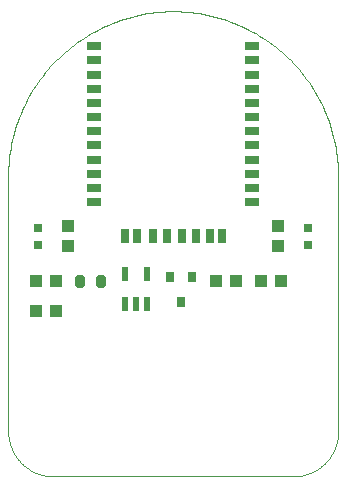
<source format=gtp>
G75*
%MOIN*%
%OFA0B0*%
%FSLAX25Y25*%
%IPPOS*%
%LPD*%
%AMOC8*
5,1,8,0,0,1.08239X$1,22.5*
%
%ADD10R,0.03150X0.03543*%
%ADD11C,0.02830*%
%ADD12R,0.03150X0.03150*%
%ADD13R,0.04331X0.03937*%
%ADD14R,0.05118X0.03150*%
%ADD15R,0.03150X0.05118*%
%ADD16C,0.00000*%
%ADD17R,0.02165X0.04724*%
D10*
X0060560Y0085443D03*
X0064300Y0077175D03*
X0068040Y0085443D03*
D11*
X0038153Y0084756D02*
X0038153Y0083256D01*
X0037447Y0083256D01*
X0037447Y0084756D01*
X0038153Y0084756D01*
X0031153Y0084756D02*
X0031153Y0083256D01*
X0030447Y0083256D01*
X0030447Y0084756D01*
X0031153Y0084756D01*
D12*
X0016800Y0096053D03*
X0016800Y0101959D03*
X0106800Y0101959D03*
X0106800Y0096053D03*
D13*
X0097646Y0084006D03*
X0090954Y0084006D03*
X0096800Y0095659D03*
X0096800Y0102352D03*
X0082646Y0084006D03*
X0075954Y0084006D03*
X0026800Y0095659D03*
X0026800Y0102352D03*
X0022646Y0084006D03*
X0022646Y0074006D03*
X0015954Y0074006D03*
X0015954Y0084006D03*
D14*
X0035422Y0110423D03*
X0035422Y0115148D03*
X0035422Y0119872D03*
X0035422Y0124596D03*
X0035422Y0129321D03*
X0035422Y0134045D03*
X0035422Y0138770D03*
X0035422Y0143494D03*
X0035422Y0148219D03*
X0035422Y0152943D03*
X0035422Y0157667D03*
X0035422Y0162392D03*
X0088178Y0162392D03*
X0088178Y0157667D03*
X0088178Y0152943D03*
X0088178Y0148219D03*
X0088178Y0143494D03*
X0088178Y0138770D03*
X0088178Y0134045D03*
X0088178Y0129321D03*
X0088178Y0124596D03*
X0088178Y0119872D03*
X0088178Y0115148D03*
X0088178Y0110423D03*
D15*
X0077942Y0099006D03*
X0074005Y0099006D03*
X0069280Y0099006D03*
X0064556Y0099006D03*
X0059831Y0099006D03*
X0055107Y0099006D03*
X0049595Y0099006D03*
X0045658Y0099006D03*
D16*
X0006800Y0119006D02*
X0006800Y0034006D01*
X0006804Y0033644D01*
X0006818Y0033281D01*
X0006839Y0032919D01*
X0006870Y0032558D01*
X0006909Y0032198D01*
X0006957Y0031839D01*
X0007014Y0031481D01*
X0007079Y0031124D01*
X0007153Y0030769D01*
X0007236Y0030416D01*
X0007327Y0030065D01*
X0007426Y0029717D01*
X0007534Y0029371D01*
X0007650Y0029027D01*
X0007775Y0028687D01*
X0007907Y0028350D01*
X0008048Y0028016D01*
X0008197Y0027685D01*
X0008354Y0027358D01*
X0008518Y0027035D01*
X0008690Y0026716D01*
X0008870Y0026402D01*
X0009058Y0026091D01*
X0009253Y0025786D01*
X0009455Y0025485D01*
X0009665Y0025189D01*
X0009881Y0024899D01*
X0010105Y0024613D01*
X0010335Y0024333D01*
X0010572Y0024059D01*
X0010816Y0023791D01*
X0011066Y0023528D01*
X0011322Y0023272D01*
X0011585Y0023022D01*
X0011853Y0022778D01*
X0012127Y0022541D01*
X0012407Y0022311D01*
X0012693Y0022087D01*
X0012983Y0021871D01*
X0013279Y0021661D01*
X0013580Y0021459D01*
X0013885Y0021264D01*
X0014196Y0021076D01*
X0014510Y0020896D01*
X0014829Y0020724D01*
X0015152Y0020560D01*
X0015479Y0020403D01*
X0015810Y0020254D01*
X0016144Y0020113D01*
X0016481Y0019981D01*
X0016821Y0019856D01*
X0017165Y0019740D01*
X0017511Y0019632D01*
X0017859Y0019533D01*
X0018210Y0019442D01*
X0018563Y0019359D01*
X0018918Y0019285D01*
X0019275Y0019220D01*
X0019633Y0019163D01*
X0019992Y0019115D01*
X0020352Y0019076D01*
X0020713Y0019045D01*
X0021075Y0019024D01*
X0021438Y0019010D01*
X0021800Y0019006D01*
X0101800Y0019006D01*
X0102162Y0019010D01*
X0102525Y0019024D01*
X0102887Y0019045D01*
X0103248Y0019076D01*
X0103608Y0019115D01*
X0103967Y0019163D01*
X0104325Y0019220D01*
X0104682Y0019285D01*
X0105037Y0019359D01*
X0105390Y0019442D01*
X0105741Y0019533D01*
X0106089Y0019632D01*
X0106435Y0019740D01*
X0106779Y0019856D01*
X0107119Y0019981D01*
X0107456Y0020113D01*
X0107790Y0020254D01*
X0108121Y0020403D01*
X0108448Y0020560D01*
X0108771Y0020724D01*
X0109090Y0020896D01*
X0109404Y0021076D01*
X0109715Y0021264D01*
X0110020Y0021459D01*
X0110321Y0021661D01*
X0110617Y0021871D01*
X0110907Y0022087D01*
X0111193Y0022311D01*
X0111473Y0022541D01*
X0111747Y0022778D01*
X0112015Y0023022D01*
X0112278Y0023272D01*
X0112534Y0023528D01*
X0112784Y0023791D01*
X0113028Y0024059D01*
X0113265Y0024333D01*
X0113495Y0024613D01*
X0113719Y0024899D01*
X0113935Y0025189D01*
X0114145Y0025485D01*
X0114347Y0025786D01*
X0114542Y0026091D01*
X0114730Y0026402D01*
X0114910Y0026716D01*
X0115082Y0027035D01*
X0115246Y0027358D01*
X0115403Y0027685D01*
X0115552Y0028016D01*
X0115693Y0028350D01*
X0115825Y0028687D01*
X0115950Y0029027D01*
X0116066Y0029371D01*
X0116174Y0029717D01*
X0116273Y0030065D01*
X0116364Y0030416D01*
X0116447Y0030769D01*
X0116521Y0031124D01*
X0116586Y0031481D01*
X0116643Y0031839D01*
X0116691Y0032198D01*
X0116730Y0032558D01*
X0116761Y0032919D01*
X0116782Y0033281D01*
X0116796Y0033644D01*
X0116800Y0034006D01*
X0116800Y0119006D01*
X0116784Y0120345D01*
X0116735Y0121684D01*
X0116653Y0123021D01*
X0116539Y0124355D01*
X0116393Y0125687D01*
X0116214Y0127014D01*
X0116003Y0128337D01*
X0115759Y0129654D01*
X0115484Y0130965D01*
X0115177Y0132268D01*
X0114838Y0133564D01*
X0114468Y0134851D01*
X0114067Y0136129D01*
X0113634Y0137397D01*
X0113171Y0138654D01*
X0112677Y0139899D01*
X0112153Y0141132D01*
X0111600Y0142351D01*
X0111016Y0143557D01*
X0110404Y0144748D01*
X0109763Y0145924D01*
X0109093Y0147084D01*
X0108395Y0148227D01*
X0107670Y0149353D01*
X0106917Y0150461D01*
X0106138Y0151551D01*
X0105332Y0152621D01*
X0104501Y0153671D01*
X0103644Y0154700D01*
X0102762Y0155709D01*
X0101857Y0156695D01*
X0100927Y0157659D01*
X0099974Y0158601D01*
X0098999Y0159519D01*
X0098001Y0160412D01*
X0096982Y0161282D01*
X0095942Y0162126D01*
X0094882Y0162944D01*
X0093802Y0163737D01*
X0092704Y0164503D01*
X0091586Y0165242D01*
X0090452Y0165954D01*
X0089300Y0166637D01*
X0088132Y0167293D01*
X0086948Y0167920D01*
X0085750Y0168518D01*
X0084537Y0169086D01*
X0083311Y0169625D01*
X0082072Y0170134D01*
X0080821Y0170612D01*
X0079558Y0171060D01*
X0078286Y0171477D01*
X0077003Y0171863D01*
X0075711Y0172218D01*
X0074411Y0172541D01*
X0073104Y0172832D01*
X0071790Y0173091D01*
X0070470Y0173318D01*
X0069145Y0173513D01*
X0067815Y0173676D01*
X0066482Y0173806D01*
X0065147Y0173904D01*
X0063809Y0173969D01*
X0062470Y0174002D01*
X0061130Y0174002D01*
X0059791Y0173969D01*
X0058453Y0173904D01*
X0057118Y0173806D01*
X0055785Y0173676D01*
X0054455Y0173513D01*
X0053130Y0173318D01*
X0051810Y0173091D01*
X0050496Y0172832D01*
X0049189Y0172541D01*
X0047889Y0172218D01*
X0046597Y0171863D01*
X0045314Y0171477D01*
X0044042Y0171060D01*
X0042779Y0170612D01*
X0041528Y0170134D01*
X0040289Y0169625D01*
X0039063Y0169086D01*
X0037850Y0168518D01*
X0036652Y0167920D01*
X0035468Y0167293D01*
X0034300Y0166637D01*
X0033148Y0165954D01*
X0032014Y0165242D01*
X0030896Y0164503D01*
X0029798Y0163737D01*
X0028718Y0162944D01*
X0027658Y0162126D01*
X0026618Y0161282D01*
X0025599Y0160412D01*
X0024601Y0159519D01*
X0023626Y0158601D01*
X0022673Y0157659D01*
X0021743Y0156695D01*
X0020838Y0155709D01*
X0019956Y0154700D01*
X0019099Y0153671D01*
X0018268Y0152621D01*
X0017462Y0151551D01*
X0016683Y0150461D01*
X0015930Y0149353D01*
X0015205Y0148227D01*
X0014507Y0147084D01*
X0013837Y0145924D01*
X0013196Y0144748D01*
X0012584Y0143557D01*
X0012000Y0142351D01*
X0011447Y0141132D01*
X0010923Y0139899D01*
X0010429Y0138654D01*
X0009966Y0137397D01*
X0009533Y0136129D01*
X0009132Y0134851D01*
X0008762Y0133564D01*
X0008423Y0132268D01*
X0008116Y0130965D01*
X0007841Y0129654D01*
X0007597Y0128337D01*
X0007386Y0127014D01*
X0007207Y0125687D01*
X0007061Y0124355D01*
X0006947Y0123021D01*
X0006865Y0121684D01*
X0006816Y0120345D01*
X0006800Y0119006D01*
D17*
X0045560Y0086624D03*
X0045560Y0076388D03*
X0049300Y0076388D03*
X0053040Y0076388D03*
X0053040Y0086624D03*
M02*

</source>
